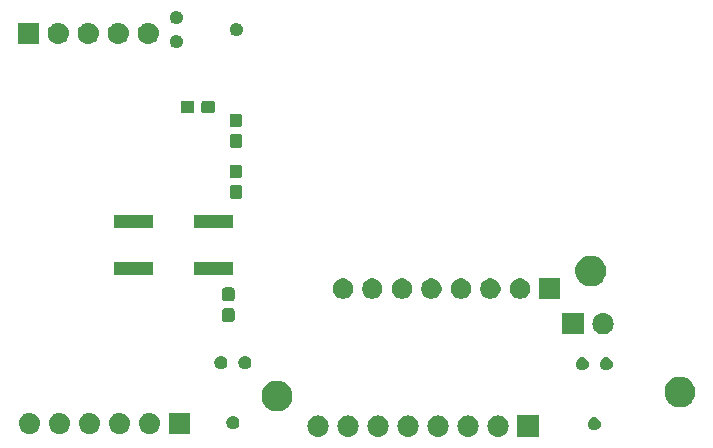
<source format=gbr>
G04 #@! TF.GenerationSoftware,KiCad,Pcbnew,(5.1.4)-1*
G04 #@! TF.CreationDate,2019-11-03T20:25:49+01:00*
G04 #@! TF.ProjectId,121019_breakoutBoard_cureBag_V1,31323130-3139-45f6-9272-65616b6f7574,rev?*
G04 #@! TF.SameCoordinates,Original*
G04 #@! TF.FileFunction,Soldermask,Bot*
G04 #@! TF.FilePolarity,Negative*
%FSLAX46Y46*%
G04 Gerber Fmt 4.6, Leading zero omitted, Abs format (unit mm)*
G04 Created by KiCad (PCBNEW (5.1.4)-1) date 2019-11-03 20:25:49*
%MOMM*%
%LPD*%
G04 APERTURE LIST*
%ADD10C,0.100000*%
G04 APERTURE END LIST*
D10*
G36*
X145198400Y-116826600D02*
G01*
X143396400Y-116826600D01*
X143396400Y-115024600D01*
X145198400Y-115024600D01*
X145198400Y-116826600D01*
X145198400Y-116826600D01*
G37*
G36*
X126627843Y-115031119D02*
G01*
X126694027Y-115037637D01*
X126863866Y-115089157D01*
X127020391Y-115172822D01*
X127049195Y-115196461D01*
X127157586Y-115285414D01*
X127220461Y-115362029D01*
X127270178Y-115422609D01*
X127270179Y-115422611D01*
X127347354Y-115566993D01*
X127353843Y-115579134D01*
X127405363Y-115748973D01*
X127422759Y-115925600D01*
X127405363Y-116102227D01*
X127353843Y-116272066D01*
X127270178Y-116428591D01*
X127252790Y-116449778D01*
X127157586Y-116565786D01*
X127056129Y-116649048D01*
X127020391Y-116678378D01*
X126863866Y-116762043D01*
X126694027Y-116813563D01*
X126627842Y-116820082D01*
X126561660Y-116826600D01*
X126473140Y-116826600D01*
X126406958Y-116820082D01*
X126340773Y-116813563D01*
X126170934Y-116762043D01*
X126014409Y-116678378D01*
X125978671Y-116649048D01*
X125877214Y-116565786D01*
X125782010Y-116449778D01*
X125764622Y-116428591D01*
X125680957Y-116272066D01*
X125629437Y-116102227D01*
X125612041Y-115925600D01*
X125629437Y-115748973D01*
X125680957Y-115579134D01*
X125687447Y-115566993D01*
X125764621Y-115422611D01*
X125764622Y-115422609D01*
X125814339Y-115362029D01*
X125877214Y-115285414D01*
X125985605Y-115196461D01*
X126014409Y-115172822D01*
X126170934Y-115089157D01*
X126340773Y-115037637D01*
X126406957Y-115031119D01*
X126473140Y-115024600D01*
X126561660Y-115024600D01*
X126627843Y-115031119D01*
X126627843Y-115031119D01*
G37*
G36*
X129167843Y-115031119D02*
G01*
X129234027Y-115037637D01*
X129403866Y-115089157D01*
X129560391Y-115172822D01*
X129589195Y-115196461D01*
X129697586Y-115285414D01*
X129760461Y-115362029D01*
X129810178Y-115422609D01*
X129810179Y-115422611D01*
X129887354Y-115566993D01*
X129893843Y-115579134D01*
X129945363Y-115748973D01*
X129962759Y-115925600D01*
X129945363Y-116102227D01*
X129893843Y-116272066D01*
X129810178Y-116428591D01*
X129792790Y-116449778D01*
X129697586Y-116565786D01*
X129596129Y-116649048D01*
X129560391Y-116678378D01*
X129403866Y-116762043D01*
X129234027Y-116813563D01*
X129167842Y-116820082D01*
X129101660Y-116826600D01*
X129013140Y-116826600D01*
X128946958Y-116820082D01*
X128880773Y-116813563D01*
X128710934Y-116762043D01*
X128554409Y-116678378D01*
X128518671Y-116649048D01*
X128417214Y-116565786D01*
X128322010Y-116449778D01*
X128304622Y-116428591D01*
X128220957Y-116272066D01*
X128169437Y-116102227D01*
X128152041Y-115925600D01*
X128169437Y-115748973D01*
X128220957Y-115579134D01*
X128227447Y-115566993D01*
X128304621Y-115422611D01*
X128304622Y-115422609D01*
X128354339Y-115362029D01*
X128417214Y-115285414D01*
X128525605Y-115196461D01*
X128554409Y-115172822D01*
X128710934Y-115089157D01*
X128880773Y-115037637D01*
X128946957Y-115031119D01*
X129013140Y-115024600D01*
X129101660Y-115024600D01*
X129167843Y-115031119D01*
X129167843Y-115031119D01*
G37*
G36*
X131707843Y-115031119D02*
G01*
X131774027Y-115037637D01*
X131943866Y-115089157D01*
X132100391Y-115172822D01*
X132129195Y-115196461D01*
X132237586Y-115285414D01*
X132300461Y-115362029D01*
X132350178Y-115422609D01*
X132350179Y-115422611D01*
X132427354Y-115566993D01*
X132433843Y-115579134D01*
X132485363Y-115748973D01*
X132502759Y-115925600D01*
X132485363Y-116102227D01*
X132433843Y-116272066D01*
X132350178Y-116428591D01*
X132332790Y-116449778D01*
X132237586Y-116565786D01*
X132136129Y-116649048D01*
X132100391Y-116678378D01*
X131943866Y-116762043D01*
X131774027Y-116813563D01*
X131707842Y-116820082D01*
X131641660Y-116826600D01*
X131553140Y-116826600D01*
X131486958Y-116820082D01*
X131420773Y-116813563D01*
X131250934Y-116762043D01*
X131094409Y-116678378D01*
X131058671Y-116649048D01*
X130957214Y-116565786D01*
X130862010Y-116449778D01*
X130844622Y-116428591D01*
X130760957Y-116272066D01*
X130709437Y-116102227D01*
X130692041Y-115925600D01*
X130709437Y-115748973D01*
X130760957Y-115579134D01*
X130767447Y-115566993D01*
X130844621Y-115422611D01*
X130844622Y-115422609D01*
X130894339Y-115362029D01*
X130957214Y-115285414D01*
X131065605Y-115196461D01*
X131094409Y-115172822D01*
X131250934Y-115089157D01*
X131420773Y-115037637D01*
X131486957Y-115031119D01*
X131553140Y-115024600D01*
X131641660Y-115024600D01*
X131707843Y-115031119D01*
X131707843Y-115031119D01*
G37*
G36*
X134247843Y-115031119D02*
G01*
X134314027Y-115037637D01*
X134483866Y-115089157D01*
X134640391Y-115172822D01*
X134669195Y-115196461D01*
X134777586Y-115285414D01*
X134840461Y-115362029D01*
X134890178Y-115422609D01*
X134890179Y-115422611D01*
X134967354Y-115566993D01*
X134973843Y-115579134D01*
X135025363Y-115748973D01*
X135042759Y-115925600D01*
X135025363Y-116102227D01*
X134973843Y-116272066D01*
X134890178Y-116428591D01*
X134872790Y-116449778D01*
X134777586Y-116565786D01*
X134676129Y-116649048D01*
X134640391Y-116678378D01*
X134483866Y-116762043D01*
X134314027Y-116813563D01*
X134247842Y-116820082D01*
X134181660Y-116826600D01*
X134093140Y-116826600D01*
X134026958Y-116820082D01*
X133960773Y-116813563D01*
X133790934Y-116762043D01*
X133634409Y-116678378D01*
X133598671Y-116649048D01*
X133497214Y-116565786D01*
X133402010Y-116449778D01*
X133384622Y-116428591D01*
X133300957Y-116272066D01*
X133249437Y-116102227D01*
X133232041Y-115925600D01*
X133249437Y-115748973D01*
X133300957Y-115579134D01*
X133307447Y-115566993D01*
X133384621Y-115422611D01*
X133384622Y-115422609D01*
X133434339Y-115362029D01*
X133497214Y-115285414D01*
X133605605Y-115196461D01*
X133634409Y-115172822D01*
X133790934Y-115089157D01*
X133960773Y-115037637D01*
X134026957Y-115031119D01*
X134093140Y-115024600D01*
X134181660Y-115024600D01*
X134247843Y-115031119D01*
X134247843Y-115031119D01*
G37*
G36*
X136787843Y-115031119D02*
G01*
X136854027Y-115037637D01*
X137023866Y-115089157D01*
X137180391Y-115172822D01*
X137209195Y-115196461D01*
X137317586Y-115285414D01*
X137380461Y-115362029D01*
X137430178Y-115422609D01*
X137430179Y-115422611D01*
X137507354Y-115566993D01*
X137513843Y-115579134D01*
X137565363Y-115748973D01*
X137582759Y-115925600D01*
X137565363Y-116102227D01*
X137513843Y-116272066D01*
X137430178Y-116428591D01*
X137412790Y-116449778D01*
X137317586Y-116565786D01*
X137216129Y-116649048D01*
X137180391Y-116678378D01*
X137023866Y-116762043D01*
X136854027Y-116813563D01*
X136787842Y-116820082D01*
X136721660Y-116826600D01*
X136633140Y-116826600D01*
X136566958Y-116820082D01*
X136500773Y-116813563D01*
X136330934Y-116762043D01*
X136174409Y-116678378D01*
X136138671Y-116649048D01*
X136037214Y-116565786D01*
X135942010Y-116449778D01*
X135924622Y-116428591D01*
X135840957Y-116272066D01*
X135789437Y-116102227D01*
X135772041Y-115925600D01*
X135789437Y-115748973D01*
X135840957Y-115579134D01*
X135847447Y-115566993D01*
X135924621Y-115422611D01*
X135924622Y-115422609D01*
X135974339Y-115362029D01*
X136037214Y-115285414D01*
X136145605Y-115196461D01*
X136174409Y-115172822D01*
X136330934Y-115089157D01*
X136500773Y-115037637D01*
X136566957Y-115031119D01*
X136633140Y-115024600D01*
X136721660Y-115024600D01*
X136787843Y-115031119D01*
X136787843Y-115031119D01*
G37*
G36*
X139327843Y-115031119D02*
G01*
X139394027Y-115037637D01*
X139563866Y-115089157D01*
X139720391Y-115172822D01*
X139749195Y-115196461D01*
X139857586Y-115285414D01*
X139920461Y-115362029D01*
X139970178Y-115422609D01*
X139970179Y-115422611D01*
X140047354Y-115566993D01*
X140053843Y-115579134D01*
X140105363Y-115748973D01*
X140122759Y-115925600D01*
X140105363Y-116102227D01*
X140053843Y-116272066D01*
X139970178Y-116428591D01*
X139952790Y-116449778D01*
X139857586Y-116565786D01*
X139756129Y-116649048D01*
X139720391Y-116678378D01*
X139563866Y-116762043D01*
X139394027Y-116813563D01*
X139327842Y-116820082D01*
X139261660Y-116826600D01*
X139173140Y-116826600D01*
X139106958Y-116820082D01*
X139040773Y-116813563D01*
X138870934Y-116762043D01*
X138714409Y-116678378D01*
X138678671Y-116649048D01*
X138577214Y-116565786D01*
X138482010Y-116449778D01*
X138464622Y-116428591D01*
X138380957Y-116272066D01*
X138329437Y-116102227D01*
X138312041Y-115925600D01*
X138329437Y-115748973D01*
X138380957Y-115579134D01*
X138387447Y-115566993D01*
X138464621Y-115422611D01*
X138464622Y-115422609D01*
X138514339Y-115362029D01*
X138577214Y-115285414D01*
X138685605Y-115196461D01*
X138714409Y-115172822D01*
X138870934Y-115089157D01*
X139040773Y-115037637D01*
X139106957Y-115031119D01*
X139173140Y-115024600D01*
X139261660Y-115024600D01*
X139327843Y-115031119D01*
X139327843Y-115031119D01*
G37*
G36*
X141867843Y-115031119D02*
G01*
X141934027Y-115037637D01*
X142103866Y-115089157D01*
X142260391Y-115172822D01*
X142289195Y-115196461D01*
X142397586Y-115285414D01*
X142460461Y-115362029D01*
X142510178Y-115422609D01*
X142510179Y-115422611D01*
X142587354Y-115566993D01*
X142593843Y-115579134D01*
X142645363Y-115748973D01*
X142662759Y-115925600D01*
X142645363Y-116102227D01*
X142593843Y-116272066D01*
X142510178Y-116428591D01*
X142492790Y-116449778D01*
X142397586Y-116565786D01*
X142296129Y-116649048D01*
X142260391Y-116678378D01*
X142103866Y-116762043D01*
X141934027Y-116813563D01*
X141867842Y-116820082D01*
X141801660Y-116826600D01*
X141713140Y-116826600D01*
X141646958Y-116820082D01*
X141580773Y-116813563D01*
X141410934Y-116762043D01*
X141254409Y-116678378D01*
X141218671Y-116649048D01*
X141117214Y-116565786D01*
X141022010Y-116449778D01*
X141004622Y-116428591D01*
X140920957Y-116272066D01*
X140869437Y-116102227D01*
X140852041Y-115925600D01*
X140869437Y-115748973D01*
X140920957Y-115579134D01*
X140927447Y-115566993D01*
X141004621Y-115422611D01*
X141004622Y-115422609D01*
X141054339Y-115362029D01*
X141117214Y-115285414D01*
X141225605Y-115196461D01*
X141254409Y-115172822D01*
X141410934Y-115089157D01*
X141580773Y-115037637D01*
X141646957Y-115031119D01*
X141713140Y-115024600D01*
X141801660Y-115024600D01*
X141867843Y-115031119D01*
X141867843Y-115031119D01*
G37*
G36*
X107273042Y-114802518D02*
G01*
X107339227Y-114809037D01*
X107509066Y-114860557D01*
X107665591Y-114944222D01*
X107701329Y-114973552D01*
X107802786Y-115056814D01*
X107868325Y-115136675D01*
X107915378Y-115194009D01*
X107999043Y-115350534D01*
X108050563Y-115520373D01*
X108067959Y-115697000D01*
X108050563Y-115873627D01*
X107999043Y-116043466D01*
X107999042Y-116043468D01*
X107984515Y-116070646D01*
X107915378Y-116199991D01*
X107886048Y-116235729D01*
X107802786Y-116337186D01*
X107701329Y-116420448D01*
X107665591Y-116449778D01*
X107509066Y-116533443D01*
X107339227Y-116584963D01*
X107273042Y-116591482D01*
X107206860Y-116598000D01*
X107118340Y-116598000D01*
X107052158Y-116591482D01*
X106985973Y-116584963D01*
X106816134Y-116533443D01*
X106659609Y-116449778D01*
X106623871Y-116420448D01*
X106522414Y-116337186D01*
X106439152Y-116235729D01*
X106409822Y-116199991D01*
X106340685Y-116070646D01*
X106326158Y-116043468D01*
X106326157Y-116043466D01*
X106274637Y-115873627D01*
X106257241Y-115697000D01*
X106274637Y-115520373D01*
X106326157Y-115350534D01*
X106409822Y-115194009D01*
X106456875Y-115136675D01*
X106522414Y-115056814D01*
X106623871Y-114973552D01*
X106659609Y-114944222D01*
X106816134Y-114860557D01*
X106985973Y-114809037D01*
X107052158Y-114802518D01*
X107118340Y-114796000D01*
X107206860Y-114796000D01*
X107273042Y-114802518D01*
X107273042Y-114802518D01*
G37*
G36*
X115683600Y-116598000D02*
G01*
X113881600Y-116598000D01*
X113881600Y-114796000D01*
X115683600Y-114796000D01*
X115683600Y-116598000D01*
X115683600Y-116598000D01*
G37*
G36*
X112353042Y-114802518D02*
G01*
X112419227Y-114809037D01*
X112589066Y-114860557D01*
X112745591Y-114944222D01*
X112781329Y-114973552D01*
X112882786Y-115056814D01*
X112948325Y-115136675D01*
X112995378Y-115194009D01*
X113079043Y-115350534D01*
X113130563Y-115520373D01*
X113147959Y-115697000D01*
X113130563Y-115873627D01*
X113079043Y-116043466D01*
X113079042Y-116043468D01*
X113064515Y-116070646D01*
X112995378Y-116199991D01*
X112966048Y-116235729D01*
X112882786Y-116337186D01*
X112781329Y-116420448D01*
X112745591Y-116449778D01*
X112589066Y-116533443D01*
X112419227Y-116584963D01*
X112353042Y-116591482D01*
X112286860Y-116598000D01*
X112198340Y-116598000D01*
X112132158Y-116591482D01*
X112065973Y-116584963D01*
X111896134Y-116533443D01*
X111739609Y-116449778D01*
X111703871Y-116420448D01*
X111602414Y-116337186D01*
X111519152Y-116235729D01*
X111489822Y-116199991D01*
X111420685Y-116070646D01*
X111406158Y-116043468D01*
X111406157Y-116043466D01*
X111354637Y-115873627D01*
X111337241Y-115697000D01*
X111354637Y-115520373D01*
X111406157Y-115350534D01*
X111489822Y-115194009D01*
X111536875Y-115136675D01*
X111602414Y-115056814D01*
X111703871Y-114973552D01*
X111739609Y-114944222D01*
X111896134Y-114860557D01*
X112065973Y-114809037D01*
X112132158Y-114802518D01*
X112198340Y-114796000D01*
X112286860Y-114796000D01*
X112353042Y-114802518D01*
X112353042Y-114802518D01*
G37*
G36*
X102193042Y-114802518D02*
G01*
X102259227Y-114809037D01*
X102429066Y-114860557D01*
X102585591Y-114944222D01*
X102621329Y-114973552D01*
X102722786Y-115056814D01*
X102788325Y-115136675D01*
X102835378Y-115194009D01*
X102919043Y-115350534D01*
X102970563Y-115520373D01*
X102987959Y-115697000D01*
X102970563Y-115873627D01*
X102919043Y-116043466D01*
X102919042Y-116043468D01*
X102904515Y-116070646D01*
X102835378Y-116199991D01*
X102806048Y-116235729D01*
X102722786Y-116337186D01*
X102621329Y-116420448D01*
X102585591Y-116449778D01*
X102429066Y-116533443D01*
X102259227Y-116584963D01*
X102193042Y-116591482D01*
X102126860Y-116598000D01*
X102038340Y-116598000D01*
X101972158Y-116591482D01*
X101905973Y-116584963D01*
X101736134Y-116533443D01*
X101579609Y-116449778D01*
X101543871Y-116420448D01*
X101442414Y-116337186D01*
X101359152Y-116235729D01*
X101329822Y-116199991D01*
X101260685Y-116070646D01*
X101246158Y-116043468D01*
X101246157Y-116043466D01*
X101194637Y-115873627D01*
X101177241Y-115697000D01*
X101194637Y-115520373D01*
X101246157Y-115350534D01*
X101329822Y-115194009D01*
X101376875Y-115136675D01*
X101442414Y-115056814D01*
X101543871Y-114973552D01*
X101579609Y-114944222D01*
X101736134Y-114860557D01*
X101905973Y-114809037D01*
X101972158Y-114802518D01*
X102038340Y-114796000D01*
X102126860Y-114796000D01*
X102193042Y-114802518D01*
X102193042Y-114802518D01*
G37*
G36*
X104733042Y-114802518D02*
G01*
X104799227Y-114809037D01*
X104969066Y-114860557D01*
X105125591Y-114944222D01*
X105161329Y-114973552D01*
X105262786Y-115056814D01*
X105328325Y-115136675D01*
X105375378Y-115194009D01*
X105459043Y-115350534D01*
X105510563Y-115520373D01*
X105527959Y-115697000D01*
X105510563Y-115873627D01*
X105459043Y-116043466D01*
X105459042Y-116043468D01*
X105444515Y-116070646D01*
X105375378Y-116199991D01*
X105346048Y-116235729D01*
X105262786Y-116337186D01*
X105161329Y-116420448D01*
X105125591Y-116449778D01*
X104969066Y-116533443D01*
X104799227Y-116584963D01*
X104733042Y-116591482D01*
X104666860Y-116598000D01*
X104578340Y-116598000D01*
X104512158Y-116591482D01*
X104445973Y-116584963D01*
X104276134Y-116533443D01*
X104119609Y-116449778D01*
X104083871Y-116420448D01*
X103982414Y-116337186D01*
X103899152Y-116235729D01*
X103869822Y-116199991D01*
X103800685Y-116070646D01*
X103786158Y-116043468D01*
X103786157Y-116043466D01*
X103734637Y-115873627D01*
X103717241Y-115697000D01*
X103734637Y-115520373D01*
X103786157Y-115350534D01*
X103869822Y-115194009D01*
X103916875Y-115136675D01*
X103982414Y-115056814D01*
X104083871Y-114973552D01*
X104119609Y-114944222D01*
X104276134Y-114860557D01*
X104445973Y-114809037D01*
X104512158Y-114802518D01*
X104578340Y-114796000D01*
X104666860Y-114796000D01*
X104733042Y-114802518D01*
X104733042Y-114802518D01*
G37*
G36*
X109813042Y-114802518D02*
G01*
X109879227Y-114809037D01*
X110049066Y-114860557D01*
X110205591Y-114944222D01*
X110241329Y-114973552D01*
X110342786Y-115056814D01*
X110408325Y-115136675D01*
X110455378Y-115194009D01*
X110539043Y-115350534D01*
X110590563Y-115520373D01*
X110607959Y-115697000D01*
X110590563Y-115873627D01*
X110539043Y-116043466D01*
X110539042Y-116043468D01*
X110524515Y-116070646D01*
X110455378Y-116199991D01*
X110426048Y-116235729D01*
X110342786Y-116337186D01*
X110241329Y-116420448D01*
X110205591Y-116449778D01*
X110049066Y-116533443D01*
X109879227Y-116584963D01*
X109813042Y-116591482D01*
X109746860Y-116598000D01*
X109658340Y-116598000D01*
X109592158Y-116591482D01*
X109525973Y-116584963D01*
X109356134Y-116533443D01*
X109199609Y-116449778D01*
X109163871Y-116420448D01*
X109062414Y-116337186D01*
X108979152Y-116235729D01*
X108949822Y-116199991D01*
X108880685Y-116070646D01*
X108866158Y-116043468D01*
X108866157Y-116043466D01*
X108814637Y-115873627D01*
X108797241Y-115697000D01*
X108814637Y-115520373D01*
X108866157Y-115350534D01*
X108949822Y-115194009D01*
X108996875Y-115136675D01*
X109062414Y-115056814D01*
X109163871Y-114973552D01*
X109199609Y-114944222D01*
X109356134Y-114860557D01*
X109525973Y-114809037D01*
X109592158Y-114802518D01*
X109658340Y-114796000D01*
X109746860Y-114796000D01*
X109813042Y-114802518D01*
X109813042Y-114802518D01*
G37*
G36*
X150017378Y-115186597D02*
G01*
X150070150Y-115197094D01*
X150169570Y-115238275D01*
X150259046Y-115298061D01*
X150335139Y-115374154D01*
X150394925Y-115463630D01*
X150436106Y-115563050D01*
X150439305Y-115579132D01*
X150457100Y-115668593D01*
X150457100Y-115776207D01*
X150446603Y-115828978D01*
X150436106Y-115881750D01*
X150394925Y-115981170D01*
X150335139Y-116070646D01*
X150259046Y-116146739D01*
X150169570Y-116206525D01*
X150070150Y-116247706D01*
X150017378Y-116258203D01*
X149964607Y-116268700D01*
X149856993Y-116268700D01*
X149804222Y-116258203D01*
X149751450Y-116247706D01*
X149652030Y-116206525D01*
X149562554Y-116146739D01*
X149486461Y-116070646D01*
X149426675Y-115981170D01*
X149385494Y-115881750D01*
X149374997Y-115828978D01*
X149364500Y-115776207D01*
X149364500Y-115668593D01*
X149382295Y-115579132D01*
X149385494Y-115563050D01*
X149426675Y-115463630D01*
X149486461Y-115374154D01*
X149562554Y-115298061D01*
X149652030Y-115238275D01*
X149751450Y-115197094D01*
X149804222Y-115186597D01*
X149856993Y-115176100D01*
X149964607Y-115176100D01*
X150017378Y-115186597D01*
X150017378Y-115186597D01*
G37*
G36*
X119410378Y-115084997D02*
G01*
X119463150Y-115095494D01*
X119562570Y-115136675D01*
X119652046Y-115196461D01*
X119728139Y-115272554D01*
X119787925Y-115362030D01*
X119829106Y-115461450D01*
X119839603Y-115514222D01*
X119849316Y-115563050D01*
X119850100Y-115566994D01*
X119850100Y-115674606D01*
X119829106Y-115780150D01*
X119787925Y-115879570D01*
X119728139Y-115969046D01*
X119652046Y-116045139D01*
X119562570Y-116104925D01*
X119463150Y-116146106D01*
X119410378Y-116156603D01*
X119357607Y-116167100D01*
X119249993Y-116167100D01*
X119197222Y-116156603D01*
X119144450Y-116146106D01*
X119045030Y-116104925D01*
X118955554Y-116045139D01*
X118879461Y-115969046D01*
X118819675Y-115879570D01*
X118778494Y-115780150D01*
X118757500Y-115674606D01*
X118757500Y-115566994D01*
X118758285Y-115563050D01*
X118767997Y-115514222D01*
X118778494Y-115461450D01*
X118819675Y-115362030D01*
X118879461Y-115272554D01*
X118955554Y-115196461D01*
X119045030Y-115136675D01*
X119144450Y-115095494D01*
X119197222Y-115084997D01*
X119249993Y-115074500D01*
X119357607Y-115074500D01*
X119410378Y-115084997D01*
X119410378Y-115084997D01*
G37*
G36*
X123417087Y-112134596D02*
G01*
X123653853Y-112232668D01*
X123653855Y-112232669D01*
X123866939Y-112375047D01*
X124048153Y-112556261D01*
X124190532Y-112769347D01*
X124288604Y-113006113D01*
X124338600Y-113257461D01*
X124338600Y-113513739D01*
X124288604Y-113765087D01*
X124249563Y-113859339D01*
X124190531Y-114001855D01*
X124048153Y-114214939D01*
X123866939Y-114396153D01*
X123653855Y-114538531D01*
X123653854Y-114538532D01*
X123653853Y-114538532D01*
X123417087Y-114636604D01*
X123165739Y-114686600D01*
X122909461Y-114686600D01*
X122658113Y-114636604D01*
X122421347Y-114538532D01*
X122421346Y-114538532D01*
X122421345Y-114538531D01*
X122208261Y-114396153D01*
X122027047Y-114214939D01*
X121884669Y-114001855D01*
X121825637Y-113859339D01*
X121786596Y-113765087D01*
X121736600Y-113513739D01*
X121736600Y-113257461D01*
X121786596Y-113006113D01*
X121884668Y-112769347D01*
X122027047Y-112556261D01*
X122208261Y-112375047D01*
X122421345Y-112232669D01*
X122421347Y-112232668D01*
X122658113Y-112134596D01*
X122909461Y-112084600D01*
X123165739Y-112084600D01*
X123417087Y-112134596D01*
X123417087Y-112134596D01*
G37*
G36*
X157534487Y-111778996D02*
G01*
X157771253Y-111877068D01*
X157771255Y-111877069D01*
X157984339Y-112019447D01*
X158165553Y-112200661D01*
X158307932Y-112413747D01*
X158406004Y-112650513D01*
X158456000Y-112901861D01*
X158456000Y-113158139D01*
X158406004Y-113409487D01*
X158362822Y-113513737D01*
X158307931Y-113646255D01*
X158165553Y-113859339D01*
X157984339Y-114040553D01*
X157771255Y-114182931D01*
X157771254Y-114182932D01*
X157771253Y-114182932D01*
X157534487Y-114281004D01*
X157283139Y-114331000D01*
X157026861Y-114331000D01*
X156775513Y-114281004D01*
X156538747Y-114182932D01*
X156538746Y-114182932D01*
X156538745Y-114182931D01*
X156325661Y-114040553D01*
X156144447Y-113859339D01*
X156002069Y-113646255D01*
X155947178Y-113513737D01*
X155903996Y-113409487D01*
X155854000Y-113158139D01*
X155854000Y-112901861D01*
X155903996Y-112650513D01*
X156002068Y-112413747D01*
X156144447Y-112200661D01*
X156325661Y-112019447D01*
X156538745Y-111877069D01*
X156538747Y-111877068D01*
X156775513Y-111778996D01*
X157026861Y-111729000D01*
X157283139Y-111729000D01*
X157534487Y-111778996D01*
X157534487Y-111778996D01*
G37*
G36*
X149001378Y-110106597D02*
G01*
X149054150Y-110117094D01*
X149153570Y-110158275D01*
X149243046Y-110218061D01*
X149319139Y-110294154D01*
X149378925Y-110383630D01*
X149420106Y-110483050D01*
X149430603Y-110535822D01*
X149441100Y-110588593D01*
X149441100Y-110696207D01*
X149430603Y-110748978D01*
X149420106Y-110801750D01*
X149378925Y-110901170D01*
X149319139Y-110990646D01*
X149243046Y-111066739D01*
X149153570Y-111126525D01*
X149054150Y-111167706D01*
X149001378Y-111178203D01*
X148948607Y-111188700D01*
X148840993Y-111188700D01*
X148788222Y-111178203D01*
X148735450Y-111167706D01*
X148636030Y-111126525D01*
X148546554Y-111066739D01*
X148470461Y-110990646D01*
X148410675Y-110901170D01*
X148369494Y-110801750D01*
X148358997Y-110748978D01*
X148348500Y-110696207D01*
X148348500Y-110588593D01*
X148358997Y-110535822D01*
X148369494Y-110483050D01*
X148410675Y-110383630D01*
X148470461Y-110294154D01*
X148546554Y-110218061D01*
X148636030Y-110158275D01*
X148735450Y-110117094D01*
X148788222Y-110106597D01*
X148840993Y-110096100D01*
X148948607Y-110096100D01*
X149001378Y-110106597D01*
X149001378Y-110106597D01*
G37*
G36*
X151033378Y-110106597D02*
G01*
X151086150Y-110117094D01*
X151185570Y-110158275D01*
X151275046Y-110218061D01*
X151351139Y-110294154D01*
X151410925Y-110383630D01*
X151452106Y-110483050D01*
X151462603Y-110535822D01*
X151473100Y-110588593D01*
X151473100Y-110696207D01*
X151462603Y-110748978D01*
X151452106Y-110801750D01*
X151410925Y-110901170D01*
X151351139Y-110990646D01*
X151275046Y-111066739D01*
X151185570Y-111126525D01*
X151086150Y-111167706D01*
X151033378Y-111178203D01*
X150980607Y-111188700D01*
X150872993Y-111188700D01*
X150820222Y-111178203D01*
X150767450Y-111167706D01*
X150668030Y-111126525D01*
X150578554Y-111066739D01*
X150502461Y-110990646D01*
X150442675Y-110901170D01*
X150401494Y-110801750D01*
X150390997Y-110748978D01*
X150380500Y-110696207D01*
X150380500Y-110588593D01*
X150390997Y-110535822D01*
X150401494Y-110483050D01*
X150442675Y-110383630D01*
X150502461Y-110294154D01*
X150578554Y-110218061D01*
X150668030Y-110158275D01*
X150767450Y-110117094D01*
X150820222Y-110106597D01*
X150872993Y-110096100D01*
X150980607Y-110096100D01*
X151033378Y-110106597D01*
X151033378Y-110106597D01*
G37*
G36*
X118394378Y-110004997D02*
G01*
X118447150Y-110015494D01*
X118546570Y-110056675D01*
X118636046Y-110116461D01*
X118712139Y-110192554D01*
X118771925Y-110282030D01*
X118813106Y-110381450D01*
X118823603Y-110434222D01*
X118833316Y-110483050D01*
X118834100Y-110486994D01*
X118834100Y-110594606D01*
X118813106Y-110700150D01*
X118771925Y-110799570D01*
X118712139Y-110889046D01*
X118636046Y-110965139D01*
X118546570Y-111024925D01*
X118447150Y-111066106D01*
X118394378Y-111076603D01*
X118341607Y-111087100D01*
X118233993Y-111087100D01*
X118181222Y-111076603D01*
X118128450Y-111066106D01*
X118029030Y-111024925D01*
X117939554Y-110965139D01*
X117863461Y-110889046D01*
X117803675Y-110799570D01*
X117762494Y-110700150D01*
X117741500Y-110594606D01*
X117741500Y-110486994D01*
X117742285Y-110483050D01*
X117751997Y-110434222D01*
X117762494Y-110381450D01*
X117803675Y-110282030D01*
X117863461Y-110192554D01*
X117939554Y-110116461D01*
X118029030Y-110056675D01*
X118128450Y-110015494D01*
X118181222Y-110004997D01*
X118233993Y-109994500D01*
X118341607Y-109994500D01*
X118394378Y-110004997D01*
X118394378Y-110004997D01*
G37*
G36*
X120426378Y-110004997D02*
G01*
X120479150Y-110015494D01*
X120578570Y-110056675D01*
X120668046Y-110116461D01*
X120744139Y-110192554D01*
X120803925Y-110282030D01*
X120845106Y-110381450D01*
X120855603Y-110434222D01*
X120865316Y-110483050D01*
X120866100Y-110486994D01*
X120866100Y-110594606D01*
X120845106Y-110700150D01*
X120803925Y-110799570D01*
X120744139Y-110889046D01*
X120668046Y-110965139D01*
X120578570Y-111024925D01*
X120479150Y-111066106D01*
X120426378Y-111076603D01*
X120373607Y-111087100D01*
X120265993Y-111087100D01*
X120213222Y-111076603D01*
X120160450Y-111066106D01*
X120061030Y-111024925D01*
X119971554Y-110965139D01*
X119895461Y-110889046D01*
X119835675Y-110799570D01*
X119794494Y-110700150D01*
X119773500Y-110594606D01*
X119773500Y-110486994D01*
X119774285Y-110483050D01*
X119783997Y-110434222D01*
X119794494Y-110381450D01*
X119835675Y-110282030D01*
X119895461Y-110192554D01*
X119971554Y-110116461D01*
X120061030Y-110056675D01*
X120160450Y-110015494D01*
X120213222Y-110004997D01*
X120265993Y-109994500D01*
X120373607Y-109994500D01*
X120426378Y-110004997D01*
X120426378Y-110004997D01*
G37*
G36*
X149008400Y-108165200D02*
G01*
X147206400Y-108165200D01*
X147206400Y-106363200D01*
X149008400Y-106363200D01*
X149008400Y-108165200D01*
X149008400Y-108165200D01*
G37*
G36*
X150757843Y-106369719D02*
G01*
X150824027Y-106376237D01*
X150993866Y-106427757D01*
X151150391Y-106511422D01*
X151186129Y-106540752D01*
X151287586Y-106624014D01*
X151370848Y-106725471D01*
X151400178Y-106761209D01*
X151483843Y-106917734D01*
X151535363Y-107087573D01*
X151552759Y-107264200D01*
X151535363Y-107440827D01*
X151483843Y-107610666D01*
X151400178Y-107767191D01*
X151370848Y-107802929D01*
X151287586Y-107904386D01*
X151186129Y-107987648D01*
X151150391Y-108016978D01*
X150993866Y-108100643D01*
X150824027Y-108152163D01*
X150757843Y-108158681D01*
X150691660Y-108165200D01*
X150603140Y-108165200D01*
X150536957Y-108158681D01*
X150470773Y-108152163D01*
X150300934Y-108100643D01*
X150144409Y-108016978D01*
X150108671Y-107987648D01*
X150007214Y-107904386D01*
X149923952Y-107802929D01*
X149894622Y-107767191D01*
X149810957Y-107610666D01*
X149759437Y-107440827D01*
X149742041Y-107264200D01*
X149759437Y-107087573D01*
X149810957Y-106917734D01*
X149894622Y-106761209D01*
X149923952Y-106725471D01*
X150007214Y-106624014D01*
X150108671Y-106540752D01*
X150144409Y-106511422D01*
X150300934Y-106427757D01*
X150470773Y-106376237D01*
X150536957Y-106369719D01*
X150603140Y-106363200D01*
X150691660Y-106363200D01*
X150757843Y-106369719D01*
X150757843Y-106369719D01*
G37*
G36*
X119287299Y-105942045D02*
G01*
X119324795Y-105953420D01*
X119359354Y-105971892D01*
X119389647Y-105996753D01*
X119414508Y-106027046D01*
X119432980Y-106061605D01*
X119444355Y-106099101D01*
X119448800Y-106144238D01*
X119448800Y-106882962D01*
X119444355Y-106928099D01*
X119432980Y-106965595D01*
X119414508Y-107000154D01*
X119389647Y-107030447D01*
X119359354Y-107055308D01*
X119324795Y-107073780D01*
X119287299Y-107085155D01*
X119242162Y-107089600D01*
X118603438Y-107089600D01*
X118558301Y-107085155D01*
X118520805Y-107073780D01*
X118486246Y-107055308D01*
X118455953Y-107030447D01*
X118431092Y-107000154D01*
X118412620Y-106965595D01*
X118401245Y-106928099D01*
X118396800Y-106882962D01*
X118396800Y-106144238D01*
X118401245Y-106099101D01*
X118412620Y-106061605D01*
X118431092Y-106027046D01*
X118455953Y-105996753D01*
X118486246Y-105971892D01*
X118520805Y-105953420D01*
X118558301Y-105942045D01*
X118603438Y-105937600D01*
X119242162Y-105937600D01*
X119287299Y-105942045D01*
X119287299Y-105942045D01*
G37*
G36*
X119287299Y-104192045D02*
G01*
X119324795Y-104203420D01*
X119359354Y-104221892D01*
X119389647Y-104246753D01*
X119414508Y-104277046D01*
X119432980Y-104311605D01*
X119444355Y-104349101D01*
X119448800Y-104394238D01*
X119448800Y-105132962D01*
X119444355Y-105178099D01*
X119432980Y-105215595D01*
X119414508Y-105250154D01*
X119389647Y-105280447D01*
X119359354Y-105305308D01*
X119324795Y-105323780D01*
X119287299Y-105335155D01*
X119242162Y-105339600D01*
X118603438Y-105339600D01*
X118558301Y-105335155D01*
X118520805Y-105323780D01*
X118486246Y-105305308D01*
X118455953Y-105280447D01*
X118431092Y-105250154D01*
X118412620Y-105215595D01*
X118401245Y-105178099D01*
X118396800Y-105132962D01*
X118396800Y-104394238D01*
X118401245Y-104349101D01*
X118412620Y-104311605D01*
X118431092Y-104277046D01*
X118455953Y-104246753D01*
X118486246Y-104221892D01*
X118520805Y-104203420D01*
X118558301Y-104192045D01*
X118603438Y-104187600D01*
X119242162Y-104187600D01*
X119287299Y-104192045D01*
X119287299Y-104192045D01*
G37*
G36*
X131366128Y-103456364D02*
G01*
X131523184Y-103521419D01*
X131664531Y-103615864D01*
X131784736Y-103736069D01*
X131879181Y-103877416D01*
X131879182Y-103877418D01*
X131944236Y-104034472D01*
X131974695Y-104187600D01*
X131977400Y-104201202D01*
X131977400Y-104371198D01*
X131944236Y-104537928D01*
X131879181Y-104694984D01*
X131784736Y-104836331D01*
X131664531Y-104956536D01*
X131523184Y-105050981D01*
X131523183Y-105050982D01*
X131523182Y-105050982D01*
X131366128Y-105116036D01*
X131199399Y-105149200D01*
X131029401Y-105149200D01*
X130862672Y-105116036D01*
X130705618Y-105050982D01*
X130705617Y-105050982D01*
X130705616Y-105050981D01*
X130564269Y-104956536D01*
X130444064Y-104836331D01*
X130349619Y-104694984D01*
X130284564Y-104537928D01*
X130251400Y-104371198D01*
X130251400Y-104201202D01*
X130254106Y-104187600D01*
X130284564Y-104034472D01*
X130349618Y-103877418D01*
X130349619Y-103877416D01*
X130444064Y-103736069D01*
X130564269Y-103615864D01*
X130705616Y-103521419D01*
X130862672Y-103456364D01*
X131029401Y-103423200D01*
X131199399Y-103423200D01*
X131366128Y-103456364D01*
X131366128Y-103456364D01*
G37*
G36*
X146977400Y-105149200D02*
G01*
X145251400Y-105149200D01*
X145251400Y-103423200D01*
X146977400Y-103423200D01*
X146977400Y-105149200D01*
X146977400Y-105149200D01*
G37*
G36*
X143866128Y-103456364D02*
G01*
X144023184Y-103521419D01*
X144164531Y-103615864D01*
X144284736Y-103736069D01*
X144379181Y-103877416D01*
X144379182Y-103877418D01*
X144444236Y-104034472D01*
X144474695Y-104187600D01*
X144477400Y-104201202D01*
X144477400Y-104371198D01*
X144444236Y-104537928D01*
X144379181Y-104694984D01*
X144284736Y-104836331D01*
X144164531Y-104956536D01*
X144023184Y-105050981D01*
X144023183Y-105050982D01*
X144023182Y-105050982D01*
X143866128Y-105116036D01*
X143699399Y-105149200D01*
X143529401Y-105149200D01*
X143362672Y-105116036D01*
X143205618Y-105050982D01*
X143205617Y-105050982D01*
X143205616Y-105050981D01*
X143064269Y-104956536D01*
X142944064Y-104836331D01*
X142849619Y-104694984D01*
X142784564Y-104537928D01*
X142751400Y-104371198D01*
X142751400Y-104201202D01*
X142754106Y-104187600D01*
X142784564Y-104034472D01*
X142849618Y-103877418D01*
X142849619Y-103877416D01*
X142944064Y-103736069D01*
X143064269Y-103615864D01*
X143205616Y-103521419D01*
X143362672Y-103456364D01*
X143529401Y-103423200D01*
X143699399Y-103423200D01*
X143866128Y-103456364D01*
X143866128Y-103456364D01*
G37*
G36*
X141366128Y-103456364D02*
G01*
X141523184Y-103521419D01*
X141664531Y-103615864D01*
X141784736Y-103736069D01*
X141879181Y-103877416D01*
X141879182Y-103877418D01*
X141944236Y-104034472D01*
X141974695Y-104187600D01*
X141977400Y-104201202D01*
X141977400Y-104371198D01*
X141944236Y-104537928D01*
X141879181Y-104694984D01*
X141784736Y-104836331D01*
X141664531Y-104956536D01*
X141523184Y-105050981D01*
X141523183Y-105050982D01*
X141523182Y-105050982D01*
X141366128Y-105116036D01*
X141199399Y-105149200D01*
X141029401Y-105149200D01*
X140862672Y-105116036D01*
X140705618Y-105050982D01*
X140705617Y-105050982D01*
X140705616Y-105050981D01*
X140564269Y-104956536D01*
X140444064Y-104836331D01*
X140349619Y-104694984D01*
X140284564Y-104537928D01*
X140251400Y-104371198D01*
X140251400Y-104201202D01*
X140254106Y-104187600D01*
X140284564Y-104034472D01*
X140349618Y-103877418D01*
X140349619Y-103877416D01*
X140444064Y-103736069D01*
X140564269Y-103615864D01*
X140705616Y-103521419D01*
X140862672Y-103456364D01*
X141029401Y-103423200D01*
X141199399Y-103423200D01*
X141366128Y-103456364D01*
X141366128Y-103456364D01*
G37*
G36*
X136366128Y-103456364D02*
G01*
X136523184Y-103521419D01*
X136664531Y-103615864D01*
X136784736Y-103736069D01*
X136879181Y-103877416D01*
X136879182Y-103877418D01*
X136944236Y-104034472D01*
X136974695Y-104187600D01*
X136977400Y-104201202D01*
X136977400Y-104371198D01*
X136944236Y-104537928D01*
X136879181Y-104694984D01*
X136784736Y-104836331D01*
X136664531Y-104956536D01*
X136523184Y-105050981D01*
X136523183Y-105050982D01*
X136523182Y-105050982D01*
X136366128Y-105116036D01*
X136199399Y-105149200D01*
X136029401Y-105149200D01*
X135862672Y-105116036D01*
X135705618Y-105050982D01*
X135705617Y-105050982D01*
X135705616Y-105050981D01*
X135564269Y-104956536D01*
X135444064Y-104836331D01*
X135349619Y-104694984D01*
X135284564Y-104537928D01*
X135251400Y-104371198D01*
X135251400Y-104201202D01*
X135254106Y-104187600D01*
X135284564Y-104034472D01*
X135349618Y-103877418D01*
X135349619Y-103877416D01*
X135444064Y-103736069D01*
X135564269Y-103615864D01*
X135705616Y-103521419D01*
X135862672Y-103456364D01*
X136029401Y-103423200D01*
X136199399Y-103423200D01*
X136366128Y-103456364D01*
X136366128Y-103456364D01*
G37*
G36*
X133866128Y-103456364D02*
G01*
X134023184Y-103521419D01*
X134164531Y-103615864D01*
X134284736Y-103736069D01*
X134379181Y-103877416D01*
X134379182Y-103877418D01*
X134444236Y-104034472D01*
X134474695Y-104187600D01*
X134477400Y-104201202D01*
X134477400Y-104371198D01*
X134444236Y-104537928D01*
X134379181Y-104694984D01*
X134284736Y-104836331D01*
X134164531Y-104956536D01*
X134023184Y-105050981D01*
X134023183Y-105050982D01*
X134023182Y-105050982D01*
X133866128Y-105116036D01*
X133699399Y-105149200D01*
X133529401Y-105149200D01*
X133362672Y-105116036D01*
X133205618Y-105050982D01*
X133205617Y-105050982D01*
X133205616Y-105050981D01*
X133064269Y-104956536D01*
X132944064Y-104836331D01*
X132849619Y-104694984D01*
X132784564Y-104537928D01*
X132751400Y-104371198D01*
X132751400Y-104201202D01*
X132754106Y-104187600D01*
X132784564Y-104034472D01*
X132849618Y-103877418D01*
X132849619Y-103877416D01*
X132944064Y-103736069D01*
X133064269Y-103615864D01*
X133205616Y-103521419D01*
X133362672Y-103456364D01*
X133529401Y-103423200D01*
X133699399Y-103423200D01*
X133866128Y-103456364D01*
X133866128Y-103456364D01*
G37*
G36*
X128866128Y-103456364D02*
G01*
X129023184Y-103521419D01*
X129164531Y-103615864D01*
X129284736Y-103736069D01*
X129379181Y-103877416D01*
X129379182Y-103877418D01*
X129444236Y-104034472D01*
X129474695Y-104187600D01*
X129477400Y-104201202D01*
X129477400Y-104371198D01*
X129444236Y-104537928D01*
X129379181Y-104694984D01*
X129284736Y-104836331D01*
X129164531Y-104956536D01*
X129023184Y-105050981D01*
X129023183Y-105050982D01*
X129023182Y-105050982D01*
X128866128Y-105116036D01*
X128699399Y-105149200D01*
X128529401Y-105149200D01*
X128362672Y-105116036D01*
X128205618Y-105050982D01*
X128205617Y-105050982D01*
X128205616Y-105050981D01*
X128064269Y-104956536D01*
X127944064Y-104836331D01*
X127849619Y-104694984D01*
X127784564Y-104537928D01*
X127751400Y-104371198D01*
X127751400Y-104201202D01*
X127754106Y-104187600D01*
X127784564Y-104034472D01*
X127849618Y-103877418D01*
X127849619Y-103877416D01*
X127944064Y-103736069D01*
X128064269Y-103615864D01*
X128205616Y-103521419D01*
X128362672Y-103456364D01*
X128529401Y-103423200D01*
X128699399Y-103423200D01*
X128866128Y-103456364D01*
X128866128Y-103456364D01*
G37*
G36*
X138866128Y-103456364D02*
G01*
X139023184Y-103521419D01*
X139164531Y-103615864D01*
X139284736Y-103736069D01*
X139379181Y-103877416D01*
X139379182Y-103877418D01*
X139444236Y-104034472D01*
X139474695Y-104187600D01*
X139477400Y-104201202D01*
X139477400Y-104371198D01*
X139444236Y-104537928D01*
X139379181Y-104694984D01*
X139284736Y-104836331D01*
X139164531Y-104956536D01*
X139023184Y-105050981D01*
X139023183Y-105050982D01*
X139023182Y-105050982D01*
X138866128Y-105116036D01*
X138699399Y-105149200D01*
X138529401Y-105149200D01*
X138362672Y-105116036D01*
X138205618Y-105050982D01*
X138205617Y-105050982D01*
X138205616Y-105050981D01*
X138064269Y-104956536D01*
X137944064Y-104836331D01*
X137849619Y-104694984D01*
X137784564Y-104537928D01*
X137751400Y-104371198D01*
X137751400Y-104201202D01*
X137754106Y-104187600D01*
X137784564Y-104034472D01*
X137849618Y-103877418D01*
X137849619Y-103877416D01*
X137944064Y-103736069D01*
X138064269Y-103615864D01*
X138205616Y-103521419D01*
X138362672Y-103456364D01*
X138529401Y-103423200D01*
X138699399Y-103423200D01*
X138866128Y-103456364D01*
X138866128Y-103456364D01*
G37*
G36*
X149993887Y-101535196D02*
G01*
X150230653Y-101633268D01*
X150230655Y-101633269D01*
X150443739Y-101775647D01*
X150624953Y-101956861D01*
X150767332Y-102169947D01*
X150865404Y-102406713D01*
X150915400Y-102658061D01*
X150915400Y-102914339D01*
X150865404Y-103165687D01*
X150767332Y-103402453D01*
X150767331Y-103402455D01*
X150624953Y-103615539D01*
X150443739Y-103796753D01*
X150230655Y-103939131D01*
X150230654Y-103939132D01*
X150230653Y-103939132D01*
X149993887Y-104037204D01*
X149742539Y-104087200D01*
X149486261Y-104087200D01*
X149234913Y-104037204D01*
X148998147Y-103939132D01*
X148998146Y-103939132D01*
X148998145Y-103939131D01*
X148785061Y-103796753D01*
X148603847Y-103615539D01*
X148461469Y-103402455D01*
X148461468Y-103402453D01*
X148363396Y-103165687D01*
X148313400Y-102914339D01*
X148313400Y-102658061D01*
X148363396Y-102406713D01*
X148461468Y-102169947D01*
X148603847Y-101956861D01*
X148785061Y-101775647D01*
X148998145Y-101633269D01*
X148998147Y-101633268D01*
X149234913Y-101535196D01*
X149486261Y-101485200D01*
X149742539Y-101485200D01*
X149993887Y-101535196D01*
X149993887Y-101535196D01*
G37*
G36*
X112525600Y-103135000D02*
G01*
X109223600Y-103135000D01*
X109223600Y-102033000D01*
X112525600Y-102033000D01*
X112525600Y-103135000D01*
X112525600Y-103135000D01*
G37*
G36*
X119325600Y-103135000D02*
G01*
X116023600Y-103135000D01*
X116023600Y-102033000D01*
X119325600Y-102033000D01*
X119325600Y-103135000D01*
X119325600Y-103135000D01*
G37*
G36*
X112525600Y-99135000D02*
G01*
X109223600Y-99135000D01*
X109223600Y-98033000D01*
X112525600Y-98033000D01*
X112525600Y-99135000D01*
X112525600Y-99135000D01*
G37*
G36*
X119325600Y-99135000D02*
G01*
X116023600Y-99135000D01*
X116023600Y-98033000D01*
X119325600Y-98033000D01*
X119325600Y-99135000D01*
X119325600Y-99135000D01*
G37*
G36*
X119922299Y-95539445D02*
G01*
X119959795Y-95550820D01*
X119994354Y-95569292D01*
X120024647Y-95594153D01*
X120049508Y-95624446D01*
X120067980Y-95659005D01*
X120079355Y-95696501D01*
X120083800Y-95741638D01*
X120083800Y-96480362D01*
X120079355Y-96525499D01*
X120067980Y-96562995D01*
X120049508Y-96597554D01*
X120024647Y-96627847D01*
X119994354Y-96652708D01*
X119959795Y-96671180D01*
X119922299Y-96682555D01*
X119877162Y-96687000D01*
X119238438Y-96687000D01*
X119193301Y-96682555D01*
X119155805Y-96671180D01*
X119121246Y-96652708D01*
X119090953Y-96627847D01*
X119066092Y-96597554D01*
X119047620Y-96562995D01*
X119036245Y-96525499D01*
X119031800Y-96480362D01*
X119031800Y-95741638D01*
X119036245Y-95696501D01*
X119047620Y-95659005D01*
X119066092Y-95624446D01*
X119090953Y-95594153D01*
X119121246Y-95569292D01*
X119155805Y-95550820D01*
X119193301Y-95539445D01*
X119238438Y-95535000D01*
X119877162Y-95535000D01*
X119922299Y-95539445D01*
X119922299Y-95539445D01*
G37*
G36*
X119922299Y-93789445D02*
G01*
X119959795Y-93800820D01*
X119994354Y-93819292D01*
X120024647Y-93844153D01*
X120049508Y-93874446D01*
X120067980Y-93909005D01*
X120079355Y-93946501D01*
X120083800Y-93991638D01*
X120083800Y-94730362D01*
X120079355Y-94775499D01*
X120067980Y-94812995D01*
X120049508Y-94847554D01*
X120024647Y-94877847D01*
X119994354Y-94902708D01*
X119959795Y-94921180D01*
X119922299Y-94932555D01*
X119877162Y-94937000D01*
X119238438Y-94937000D01*
X119193301Y-94932555D01*
X119155805Y-94921180D01*
X119121246Y-94902708D01*
X119090953Y-94877847D01*
X119066092Y-94847554D01*
X119047620Y-94812995D01*
X119036245Y-94775499D01*
X119031800Y-94730362D01*
X119031800Y-93991638D01*
X119036245Y-93946501D01*
X119047620Y-93909005D01*
X119066092Y-93874446D01*
X119090953Y-93844153D01*
X119121246Y-93819292D01*
X119155805Y-93800820D01*
X119193301Y-93789445D01*
X119238438Y-93785000D01*
X119877162Y-93785000D01*
X119922299Y-93789445D01*
X119922299Y-93789445D01*
G37*
G36*
X119922299Y-91221445D02*
G01*
X119959795Y-91232820D01*
X119994354Y-91251292D01*
X120024647Y-91276153D01*
X120049508Y-91306446D01*
X120067980Y-91341005D01*
X120079355Y-91378501D01*
X120083800Y-91423638D01*
X120083800Y-92162362D01*
X120079355Y-92207499D01*
X120067980Y-92244995D01*
X120049508Y-92279554D01*
X120024647Y-92309847D01*
X119994354Y-92334708D01*
X119959795Y-92353180D01*
X119922299Y-92364555D01*
X119877162Y-92369000D01*
X119238438Y-92369000D01*
X119193301Y-92364555D01*
X119155805Y-92353180D01*
X119121246Y-92334708D01*
X119090953Y-92309847D01*
X119066092Y-92279554D01*
X119047620Y-92244995D01*
X119036245Y-92207499D01*
X119031800Y-92162362D01*
X119031800Y-91423638D01*
X119036245Y-91378501D01*
X119047620Y-91341005D01*
X119066092Y-91306446D01*
X119090953Y-91276153D01*
X119121246Y-91251292D01*
X119155805Y-91232820D01*
X119193301Y-91221445D01*
X119238438Y-91217000D01*
X119877162Y-91217000D01*
X119922299Y-91221445D01*
X119922299Y-91221445D01*
G37*
G36*
X119922299Y-89471445D02*
G01*
X119959795Y-89482820D01*
X119994354Y-89501292D01*
X120024647Y-89526153D01*
X120049508Y-89556446D01*
X120067980Y-89591005D01*
X120079355Y-89628501D01*
X120083800Y-89673638D01*
X120083800Y-90412362D01*
X120079355Y-90457499D01*
X120067980Y-90494995D01*
X120049508Y-90529554D01*
X120024647Y-90559847D01*
X119994354Y-90584708D01*
X119959795Y-90603180D01*
X119922299Y-90614555D01*
X119877162Y-90619000D01*
X119238438Y-90619000D01*
X119193301Y-90614555D01*
X119155805Y-90603180D01*
X119121246Y-90584708D01*
X119090953Y-90559847D01*
X119066092Y-90529554D01*
X119047620Y-90494995D01*
X119036245Y-90457499D01*
X119031800Y-90412362D01*
X119031800Y-89673638D01*
X119036245Y-89628501D01*
X119047620Y-89591005D01*
X119066092Y-89556446D01*
X119090953Y-89526153D01*
X119121246Y-89501292D01*
X119155805Y-89482820D01*
X119193301Y-89471445D01*
X119238438Y-89467000D01*
X119877162Y-89467000D01*
X119922299Y-89471445D01*
X119922299Y-89471445D01*
G37*
G36*
X117635499Y-88378445D02*
G01*
X117672995Y-88389820D01*
X117707554Y-88408292D01*
X117737847Y-88433153D01*
X117762708Y-88463446D01*
X117781180Y-88498005D01*
X117792555Y-88535501D01*
X117797000Y-88580638D01*
X117797000Y-89219362D01*
X117792555Y-89264499D01*
X117781180Y-89301995D01*
X117762708Y-89336554D01*
X117737847Y-89366847D01*
X117707554Y-89391708D01*
X117672995Y-89410180D01*
X117635499Y-89421555D01*
X117590362Y-89426000D01*
X116851638Y-89426000D01*
X116806501Y-89421555D01*
X116769005Y-89410180D01*
X116734446Y-89391708D01*
X116704153Y-89366847D01*
X116679292Y-89336554D01*
X116660820Y-89301995D01*
X116649445Y-89264499D01*
X116645000Y-89219362D01*
X116645000Y-88580638D01*
X116649445Y-88535501D01*
X116660820Y-88498005D01*
X116679292Y-88463446D01*
X116704153Y-88433153D01*
X116734446Y-88408292D01*
X116769005Y-88389820D01*
X116806501Y-88378445D01*
X116851638Y-88374000D01*
X117590362Y-88374000D01*
X117635499Y-88378445D01*
X117635499Y-88378445D01*
G37*
G36*
X115885499Y-88378445D02*
G01*
X115922995Y-88389820D01*
X115957554Y-88408292D01*
X115987847Y-88433153D01*
X116012708Y-88463446D01*
X116031180Y-88498005D01*
X116042555Y-88535501D01*
X116047000Y-88580638D01*
X116047000Y-89219362D01*
X116042555Y-89264499D01*
X116031180Y-89301995D01*
X116012708Y-89336554D01*
X115987847Y-89366847D01*
X115957554Y-89391708D01*
X115922995Y-89410180D01*
X115885499Y-89421555D01*
X115840362Y-89426000D01*
X115101638Y-89426000D01*
X115056501Y-89421555D01*
X115019005Y-89410180D01*
X114984446Y-89391708D01*
X114954153Y-89366847D01*
X114929292Y-89336554D01*
X114910820Y-89301995D01*
X114899445Y-89264499D01*
X114895000Y-89219362D01*
X114895000Y-88580638D01*
X114899445Y-88535501D01*
X114910820Y-88498005D01*
X114929292Y-88463446D01*
X114954153Y-88433153D01*
X114984446Y-88408292D01*
X115019005Y-88389820D01*
X115056501Y-88378445D01*
X115101638Y-88374000D01*
X115840362Y-88374000D01*
X115885499Y-88378445D01*
X115885499Y-88378445D01*
G37*
G36*
X114635178Y-82826997D02*
G01*
X114687950Y-82837494D01*
X114787370Y-82878675D01*
X114876846Y-82938461D01*
X114952939Y-83014554D01*
X115012725Y-83104030D01*
X115053906Y-83203450D01*
X115074900Y-83308994D01*
X115074900Y-83416606D01*
X115053906Y-83522150D01*
X115012725Y-83621570D01*
X114952939Y-83711046D01*
X114876846Y-83787139D01*
X114787370Y-83846925D01*
X114687950Y-83888106D01*
X114635178Y-83898603D01*
X114582407Y-83909100D01*
X114474793Y-83909100D01*
X114422022Y-83898603D01*
X114369250Y-83888106D01*
X114269830Y-83846925D01*
X114180354Y-83787139D01*
X114104261Y-83711046D01*
X114044475Y-83621570D01*
X114003294Y-83522150D01*
X113982300Y-83416606D01*
X113982300Y-83308994D01*
X114003294Y-83203450D01*
X114044475Y-83104030D01*
X114104261Y-83014554D01*
X114180354Y-82938461D01*
X114269830Y-82878675D01*
X114369250Y-82837494D01*
X114422022Y-82826997D01*
X114474793Y-82816500D01*
X114582407Y-82816500D01*
X114635178Y-82826997D01*
X114635178Y-82826997D01*
G37*
G36*
X109711443Y-81782519D02*
G01*
X109777627Y-81789037D01*
X109947466Y-81840557D01*
X110103991Y-81924222D01*
X110139729Y-81953552D01*
X110241186Y-82036814D01*
X110324448Y-82138271D01*
X110353778Y-82174009D01*
X110437443Y-82330534D01*
X110488963Y-82500373D01*
X110506359Y-82677000D01*
X110488963Y-82853627D01*
X110437443Y-83023466D01*
X110353778Y-83179991D01*
X110334525Y-83203451D01*
X110241186Y-83317186D01*
X110139729Y-83400448D01*
X110103991Y-83429778D01*
X109947466Y-83513443D01*
X109777627Y-83564963D01*
X109711443Y-83571481D01*
X109645260Y-83578000D01*
X109556740Y-83578000D01*
X109490557Y-83571481D01*
X109424373Y-83564963D01*
X109254534Y-83513443D01*
X109098009Y-83429778D01*
X109062271Y-83400448D01*
X108960814Y-83317186D01*
X108867475Y-83203451D01*
X108848222Y-83179991D01*
X108764557Y-83023466D01*
X108713037Y-82853627D01*
X108695641Y-82677000D01*
X108713037Y-82500373D01*
X108764557Y-82330534D01*
X108848222Y-82174009D01*
X108877552Y-82138271D01*
X108960814Y-82036814D01*
X109062271Y-81953552D01*
X109098009Y-81924222D01*
X109254534Y-81840557D01*
X109424373Y-81789037D01*
X109490557Y-81782519D01*
X109556740Y-81776000D01*
X109645260Y-81776000D01*
X109711443Y-81782519D01*
X109711443Y-81782519D01*
G37*
G36*
X102882000Y-83578000D02*
G01*
X101080000Y-83578000D01*
X101080000Y-81776000D01*
X102882000Y-81776000D01*
X102882000Y-83578000D01*
X102882000Y-83578000D01*
G37*
G36*
X104631443Y-81782519D02*
G01*
X104697627Y-81789037D01*
X104867466Y-81840557D01*
X105023991Y-81924222D01*
X105059729Y-81953552D01*
X105161186Y-82036814D01*
X105244448Y-82138271D01*
X105273778Y-82174009D01*
X105357443Y-82330534D01*
X105408963Y-82500373D01*
X105426359Y-82677000D01*
X105408963Y-82853627D01*
X105357443Y-83023466D01*
X105273778Y-83179991D01*
X105254525Y-83203451D01*
X105161186Y-83317186D01*
X105059729Y-83400448D01*
X105023991Y-83429778D01*
X104867466Y-83513443D01*
X104697627Y-83564963D01*
X104631443Y-83571481D01*
X104565260Y-83578000D01*
X104476740Y-83578000D01*
X104410557Y-83571481D01*
X104344373Y-83564963D01*
X104174534Y-83513443D01*
X104018009Y-83429778D01*
X103982271Y-83400448D01*
X103880814Y-83317186D01*
X103787475Y-83203451D01*
X103768222Y-83179991D01*
X103684557Y-83023466D01*
X103633037Y-82853627D01*
X103615641Y-82677000D01*
X103633037Y-82500373D01*
X103684557Y-82330534D01*
X103768222Y-82174009D01*
X103797552Y-82138271D01*
X103880814Y-82036814D01*
X103982271Y-81953552D01*
X104018009Y-81924222D01*
X104174534Y-81840557D01*
X104344373Y-81789037D01*
X104410557Y-81782519D01*
X104476740Y-81776000D01*
X104565260Y-81776000D01*
X104631443Y-81782519D01*
X104631443Y-81782519D01*
G37*
G36*
X112251443Y-81782519D02*
G01*
X112317627Y-81789037D01*
X112487466Y-81840557D01*
X112643991Y-81924222D01*
X112679729Y-81953552D01*
X112781186Y-82036814D01*
X112864448Y-82138271D01*
X112893778Y-82174009D01*
X112977443Y-82330534D01*
X113028963Y-82500373D01*
X113046359Y-82677000D01*
X113028963Y-82853627D01*
X112977443Y-83023466D01*
X112893778Y-83179991D01*
X112874525Y-83203451D01*
X112781186Y-83317186D01*
X112679729Y-83400448D01*
X112643991Y-83429778D01*
X112487466Y-83513443D01*
X112317627Y-83564963D01*
X112251443Y-83571481D01*
X112185260Y-83578000D01*
X112096740Y-83578000D01*
X112030557Y-83571481D01*
X111964373Y-83564963D01*
X111794534Y-83513443D01*
X111638009Y-83429778D01*
X111602271Y-83400448D01*
X111500814Y-83317186D01*
X111407475Y-83203451D01*
X111388222Y-83179991D01*
X111304557Y-83023466D01*
X111253037Y-82853627D01*
X111235641Y-82677000D01*
X111253037Y-82500373D01*
X111304557Y-82330534D01*
X111388222Y-82174009D01*
X111417552Y-82138271D01*
X111500814Y-82036814D01*
X111602271Y-81953552D01*
X111638009Y-81924222D01*
X111794534Y-81840557D01*
X111964373Y-81789037D01*
X112030557Y-81782519D01*
X112096740Y-81776000D01*
X112185260Y-81776000D01*
X112251443Y-81782519D01*
X112251443Y-81782519D01*
G37*
G36*
X107171443Y-81782519D02*
G01*
X107237627Y-81789037D01*
X107407466Y-81840557D01*
X107563991Y-81924222D01*
X107599729Y-81953552D01*
X107701186Y-82036814D01*
X107784448Y-82138271D01*
X107813778Y-82174009D01*
X107897443Y-82330534D01*
X107948963Y-82500373D01*
X107966359Y-82677000D01*
X107948963Y-82853627D01*
X107897443Y-83023466D01*
X107813778Y-83179991D01*
X107794525Y-83203451D01*
X107701186Y-83317186D01*
X107599729Y-83400448D01*
X107563991Y-83429778D01*
X107407466Y-83513443D01*
X107237627Y-83564963D01*
X107171443Y-83571481D01*
X107105260Y-83578000D01*
X107016740Y-83578000D01*
X106950557Y-83571481D01*
X106884373Y-83564963D01*
X106714534Y-83513443D01*
X106558009Y-83429778D01*
X106522271Y-83400448D01*
X106420814Y-83317186D01*
X106327475Y-83203451D01*
X106308222Y-83179991D01*
X106224557Y-83023466D01*
X106173037Y-82853627D01*
X106155641Y-82677000D01*
X106173037Y-82500373D01*
X106224557Y-82330534D01*
X106308222Y-82174009D01*
X106337552Y-82138271D01*
X106420814Y-82036814D01*
X106522271Y-81953552D01*
X106558009Y-81924222D01*
X106714534Y-81840557D01*
X106884373Y-81789037D01*
X106950557Y-81782519D01*
X107016740Y-81776000D01*
X107105260Y-81776000D01*
X107171443Y-81782519D01*
X107171443Y-81782519D01*
G37*
G36*
X119715178Y-81810997D02*
G01*
X119767950Y-81821494D01*
X119867370Y-81862675D01*
X119956846Y-81922461D01*
X120032939Y-81998554D01*
X120092725Y-82088030D01*
X120133906Y-82187450D01*
X120154900Y-82292994D01*
X120154900Y-82400606D01*
X120133906Y-82506150D01*
X120092725Y-82605570D01*
X120032939Y-82695046D01*
X119956846Y-82771139D01*
X119867370Y-82830925D01*
X119767950Y-82872106D01*
X119734925Y-82878675D01*
X119662407Y-82893100D01*
X119554793Y-82893100D01*
X119482275Y-82878675D01*
X119449250Y-82872106D01*
X119349830Y-82830925D01*
X119260354Y-82771139D01*
X119184261Y-82695046D01*
X119124475Y-82605570D01*
X119083294Y-82506150D01*
X119062300Y-82400606D01*
X119062300Y-82292994D01*
X119083294Y-82187450D01*
X119124475Y-82088030D01*
X119184261Y-81998554D01*
X119260354Y-81922461D01*
X119349830Y-81862675D01*
X119449250Y-81821494D01*
X119502022Y-81810997D01*
X119554793Y-81800500D01*
X119662407Y-81800500D01*
X119715178Y-81810997D01*
X119715178Y-81810997D01*
G37*
G36*
X114635178Y-80794997D02*
G01*
X114687950Y-80805494D01*
X114787370Y-80846675D01*
X114876846Y-80906461D01*
X114952939Y-80982554D01*
X115012725Y-81072030D01*
X115053906Y-81171450D01*
X115074900Y-81276994D01*
X115074900Y-81384606D01*
X115053906Y-81490150D01*
X115012725Y-81589570D01*
X114952939Y-81679046D01*
X114876846Y-81755139D01*
X114787370Y-81814925D01*
X114687950Y-81856106D01*
X114654925Y-81862675D01*
X114582407Y-81877100D01*
X114474793Y-81877100D01*
X114402275Y-81862675D01*
X114369250Y-81856106D01*
X114269830Y-81814925D01*
X114180354Y-81755139D01*
X114104261Y-81679046D01*
X114044475Y-81589570D01*
X114003294Y-81490150D01*
X113982300Y-81384606D01*
X113982300Y-81276994D01*
X114003294Y-81171450D01*
X114044475Y-81072030D01*
X114104261Y-80982554D01*
X114180354Y-80906461D01*
X114269830Y-80846675D01*
X114369250Y-80805494D01*
X114422022Y-80794997D01*
X114474793Y-80784500D01*
X114582407Y-80784500D01*
X114635178Y-80794997D01*
X114635178Y-80794997D01*
G37*
M02*

</source>
